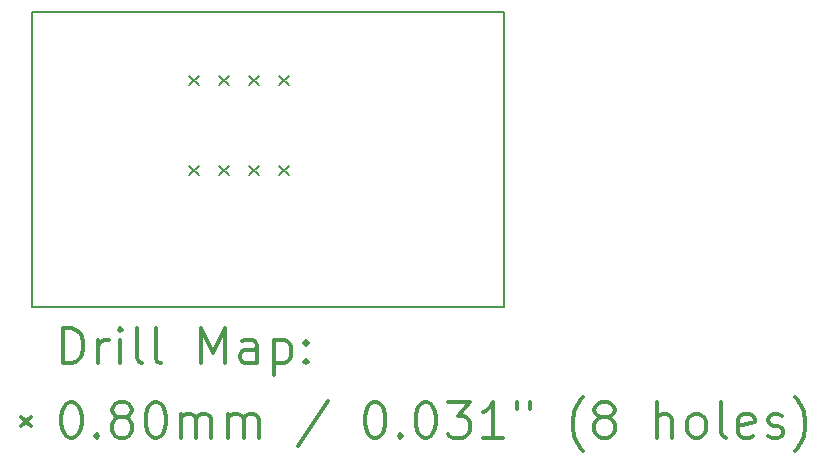
<source format=gbr>
%FSLAX45Y45*%
G04 Gerber Fmt 4.5, Leading zero omitted, Abs format (unit mm)*
G04 Created by KiCad (PCBNEW 4.0.6) date 08/22/17 22:22:39*
%MOMM*%
%LPD*%
G01*
G04 APERTURE LIST*
%ADD10C,0.127000*%
%ADD11C,0.150000*%
%ADD12C,0.200000*%
%ADD13C,0.300000*%
G04 APERTURE END LIST*
D10*
D11*
X11600000Y-5900000D02*
X7600000Y-5900000D01*
X7600000Y-8400000D02*
X7600000Y-5900000D01*
X11600000Y-8400000D02*
X7600000Y-8400000D01*
X11600000Y-5900000D02*
X11600000Y-8400000D01*
D12*
X8931600Y-6437220D02*
X9011600Y-6517220D01*
X9011600Y-6437220D02*
X8931600Y-6517220D01*
X8931600Y-7199220D02*
X9011600Y-7279220D01*
X9011600Y-7199220D02*
X8931600Y-7279220D01*
X9185600Y-6437220D02*
X9265600Y-6517220D01*
X9265600Y-6437220D02*
X9185600Y-6517220D01*
X9185600Y-7199220D02*
X9265600Y-7279220D01*
X9265600Y-7199220D02*
X9185600Y-7279220D01*
X9439600Y-6437220D02*
X9519600Y-6517220D01*
X9519600Y-6437220D02*
X9439600Y-6517220D01*
X9439600Y-7199220D02*
X9519600Y-7279220D01*
X9519600Y-7199220D02*
X9439600Y-7279220D01*
X9693600Y-6437220D02*
X9773600Y-6517220D01*
X9773600Y-6437220D02*
X9693600Y-6517220D01*
X9693600Y-7199220D02*
X9773600Y-7279220D01*
X9773600Y-7199220D02*
X9693600Y-7279220D01*
D13*
X7863928Y-8873214D02*
X7863928Y-8573214D01*
X7935357Y-8573214D01*
X7978214Y-8587500D01*
X8006786Y-8616072D01*
X8021071Y-8644643D01*
X8035357Y-8701786D01*
X8035357Y-8744643D01*
X8021071Y-8801786D01*
X8006786Y-8830357D01*
X7978214Y-8858929D01*
X7935357Y-8873214D01*
X7863928Y-8873214D01*
X8163928Y-8873214D02*
X8163928Y-8673214D01*
X8163928Y-8730357D02*
X8178214Y-8701786D01*
X8192500Y-8687500D01*
X8221071Y-8673214D01*
X8249643Y-8673214D01*
X8349643Y-8873214D02*
X8349643Y-8673214D01*
X8349643Y-8573214D02*
X8335357Y-8587500D01*
X8349643Y-8601786D01*
X8363928Y-8587500D01*
X8349643Y-8573214D01*
X8349643Y-8601786D01*
X8535357Y-8873214D02*
X8506786Y-8858929D01*
X8492500Y-8830357D01*
X8492500Y-8573214D01*
X8692500Y-8873214D02*
X8663929Y-8858929D01*
X8649643Y-8830357D01*
X8649643Y-8573214D01*
X9035357Y-8873214D02*
X9035357Y-8573214D01*
X9135357Y-8787500D01*
X9235357Y-8573214D01*
X9235357Y-8873214D01*
X9506786Y-8873214D02*
X9506786Y-8716072D01*
X9492500Y-8687500D01*
X9463929Y-8673214D01*
X9406786Y-8673214D01*
X9378214Y-8687500D01*
X9506786Y-8858929D02*
X9478214Y-8873214D01*
X9406786Y-8873214D01*
X9378214Y-8858929D01*
X9363929Y-8830357D01*
X9363929Y-8801786D01*
X9378214Y-8773214D01*
X9406786Y-8758929D01*
X9478214Y-8758929D01*
X9506786Y-8744643D01*
X9649643Y-8673214D02*
X9649643Y-8973214D01*
X9649643Y-8687500D02*
X9678214Y-8673214D01*
X9735357Y-8673214D01*
X9763929Y-8687500D01*
X9778214Y-8701786D01*
X9792500Y-8730357D01*
X9792500Y-8816072D01*
X9778214Y-8844643D01*
X9763929Y-8858929D01*
X9735357Y-8873214D01*
X9678214Y-8873214D01*
X9649643Y-8858929D01*
X9921071Y-8844643D02*
X9935357Y-8858929D01*
X9921071Y-8873214D01*
X9906786Y-8858929D01*
X9921071Y-8844643D01*
X9921071Y-8873214D01*
X9921071Y-8687500D02*
X9935357Y-8701786D01*
X9921071Y-8716072D01*
X9906786Y-8701786D01*
X9921071Y-8687500D01*
X9921071Y-8716072D01*
X7512500Y-9327500D02*
X7592500Y-9407500D01*
X7592500Y-9327500D02*
X7512500Y-9407500D01*
X7921071Y-9203214D02*
X7949643Y-9203214D01*
X7978214Y-9217500D01*
X7992500Y-9231786D01*
X8006786Y-9260357D01*
X8021071Y-9317500D01*
X8021071Y-9388929D01*
X8006786Y-9446072D01*
X7992500Y-9474643D01*
X7978214Y-9488929D01*
X7949643Y-9503214D01*
X7921071Y-9503214D01*
X7892500Y-9488929D01*
X7878214Y-9474643D01*
X7863928Y-9446072D01*
X7849643Y-9388929D01*
X7849643Y-9317500D01*
X7863928Y-9260357D01*
X7878214Y-9231786D01*
X7892500Y-9217500D01*
X7921071Y-9203214D01*
X8149643Y-9474643D02*
X8163928Y-9488929D01*
X8149643Y-9503214D01*
X8135357Y-9488929D01*
X8149643Y-9474643D01*
X8149643Y-9503214D01*
X8335357Y-9331786D02*
X8306786Y-9317500D01*
X8292500Y-9303214D01*
X8278214Y-9274643D01*
X8278214Y-9260357D01*
X8292500Y-9231786D01*
X8306786Y-9217500D01*
X8335357Y-9203214D01*
X8392500Y-9203214D01*
X8421071Y-9217500D01*
X8435357Y-9231786D01*
X8449643Y-9260357D01*
X8449643Y-9274643D01*
X8435357Y-9303214D01*
X8421071Y-9317500D01*
X8392500Y-9331786D01*
X8335357Y-9331786D01*
X8306786Y-9346072D01*
X8292500Y-9360357D01*
X8278214Y-9388929D01*
X8278214Y-9446072D01*
X8292500Y-9474643D01*
X8306786Y-9488929D01*
X8335357Y-9503214D01*
X8392500Y-9503214D01*
X8421071Y-9488929D01*
X8435357Y-9474643D01*
X8449643Y-9446072D01*
X8449643Y-9388929D01*
X8435357Y-9360357D01*
X8421071Y-9346072D01*
X8392500Y-9331786D01*
X8635357Y-9203214D02*
X8663929Y-9203214D01*
X8692500Y-9217500D01*
X8706786Y-9231786D01*
X8721071Y-9260357D01*
X8735357Y-9317500D01*
X8735357Y-9388929D01*
X8721071Y-9446072D01*
X8706786Y-9474643D01*
X8692500Y-9488929D01*
X8663929Y-9503214D01*
X8635357Y-9503214D01*
X8606786Y-9488929D01*
X8592500Y-9474643D01*
X8578214Y-9446072D01*
X8563929Y-9388929D01*
X8563929Y-9317500D01*
X8578214Y-9260357D01*
X8592500Y-9231786D01*
X8606786Y-9217500D01*
X8635357Y-9203214D01*
X8863929Y-9503214D02*
X8863929Y-9303214D01*
X8863929Y-9331786D02*
X8878214Y-9317500D01*
X8906786Y-9303214D01*
X8949643Y-9303214D01*
X8978214Y-9317500D01*
X8992500Y-9346072D01*
X8992500Y-9503214D01*
X8992500Y-9346072D02*
X9006786Y-9317500D01*
X9035357Y-9303214D01*
X9078214Y-9303214D01*
X9106786Y-9317500D01*
X9121071Y-9346072D01*
X9121071Y-9503214D01*
X9263929Y-9503214D02*
X9263929Y-9303214D01*
X9263929Y-9331786D02*
X9278214Y-9317500D01*
X9306786Y-9303214D01*
X9349643Y-9303214D01*
X9378214Y-9317500D01*
X9392500Y-9346072D01*
X9392500Y-9503214D01*
X9392500Y-9346072D02*
X9406786Y-9317500D01*
X9435357Y-9303214D01*
X9478214Y-9303214D01*
X9506786Y-9317500D01*
X9521071Y-9346072D01*
X9521071Y-9503214D01*
X10106786Y-9188929D02*
X9849643Y-9574643D01*
X10492500Y-9203214D02*
X10521071Y-9203214D01*
X10549643Y-9217500D01*
X10563928Y-9231786D01*
X10578214Y-9260357D01*
X10592500Y-9317500D01*
X10592500Y-9388929D01*
X10578214Y-9446072D01*
X10563928Y-9474643D01*
X10549643Y-9488929D01*
X10521071Y-9503214D01*
X10492500Y-9503214D01*
X10463928Y-9488929D01*
X10449643Y-9474643D01*
X10435357Y-9446072D01*
X10421071Y-9388929D01*
X10421071Y-9317500D01*
X10435357Y-9260357D01*
X10449643Y-9231786D01*
X10463928Y-9217500D01*
X10492500Y-9203214D01*
X10721071Y-9474643D02*
X10735357Y-9488929D01*
X10721071Y-9503214D01*
X10706786Y-9488929D01*
X10721071Y-9474643D01*
X10721071Y-9503214D01*
X10921071Y-9203214D02*
X10949643Y-9203214D01*
X10978214Y-9217500D01*
X10992500Y-9231786D01*
X11006786Y-9260357D01*
X11021071Y-9317500D01*
X11021071Y-9388929D01*
X11006786Y-9446072D01*
X10992500Y-9474643D01*
X10978214Y-9488929D01*
X10949643Y-9503214D01*
X10921071Y-9503214D01*
X10892500Y-9488929D01*
X10878214Y-9474643D01*
X10863928Y-9446072D01*
X10849643Y-9388929D01*
X10849643Y-9317500D01*
X10863928Y-9260357D01*
X10878214Y-9231786D01*
X10892500Y-9217500D01*
X10921071Y-9203214D01*
X11121071Y-9203214D02*
X11306785Y-9203214D01*
X11206785Y-9317500D01*
X11249643Y-9317500D01*
X11278214Y-9331786D01*
X11292500Y-9346072D01*
X11306785Y-9374643D01*
X11306785Y-9446072D01*
X11292500Y-9474643D01*
X11278214Y-9488929D01*
X11249643Y-9503214D01*
X11163928Y-9503214D01*
X11135357Y-9488929D01*
X11121071Y-9474643D01*
X11592500Y-9503214D02*
X11421071Y-9503214D01*
X11506785Y-9503214D02*
X11506785Y-9203214D01*
X11478214Y-9246072D01*
X11449643Y-9274643D01*
X11421071Y-9288929D01*
X11706786Y-9203214D02*
X11706786Y-9260357D01*
X11821071Y-9203214D02*
X11821071Y-9260357D01*
X12263928Y-9617500D02*
X12249643Y-9603214D01*
X12221071Y-9560357D01*
X12206785Y-9531786D01*
X12192500Y-9488929D01*
X12178214Y-9417500D01*
X12178214Y-9360357D01*
X12192500Y-9288929D01*
X12206785Y-9246072D01*
X12221071Y-9217500D01*
X12249643Y-9174643D01*
X12263928Y-9160357D01*
X12421071Y-9331786D02*
X12392500Y-9317500D01*
X12378214Y-9303214D01*
X12363928Y-9274643D01*
X12363928Y-9260357D01*
X12378214Y-9231786D01*
X12392500Y-9217500D01*
X12421071Y-9203214D01*
X12478214Y-9203214D01*
X12506785Y-9217500D01*
X12521071Y-9231786D01*
X12535357Y-9260357D01*
X12535357Y-9274643D01*
X12521071Y-9303214D01*
X12506785Y-9317500D01*
X12478214Y-9331786D01*
X12421071Y-9331786D01*
X12392500Y-9346072D01*
X12378214Y-9360357D01*
X12363928Y-9388929D01*
X12363928Y-9446072D01*
X12378214Y-9474643D01*
X12392500Y-9488929D01*
X12421071Y-9503214D01*
X12478214Y-9503214D01*
X12506785Y-9488929D01*
X12521071Y-9474643D01*
X12535357Y-9446072D01*
X12535357Y-9388929D01*
X12521071Y-9360357D01*
X12506785Y-9346072D01*
X12478214Y-9331786D01*
X12892500Y-9503214D02*
X12892500Y-9203214D01*
X13021071Y-9503214D02*
X13021071Y-9346072D01*
X13006785Y-9317500D01*
X12978214Y-9303214D01*
X12935357Y-9303214D01*
X12906785Y-9317500D01*
X12892500Y-9331786D01*
X13206785Y-9503214D02*
X13178214Y-9488929D01*
X13163928Y-9474643D01*
X13149643Y-9446072D01*
X13149643Y-9360357D01*
X13163928Y-9331786D01*
X13178214Y-9317500D01*
X13206785Y-9303214D01*
X13249643Y-9303214D01*
X13278214Y-9317500D01*
X13292500Y-9331786D01*
X13306785Y-9360357D01*
X13306785Y-9446072D01*
X13292500Y-9474643D01*
X13278214Y-9488929D01*
X13249643Y-9503214D01*
X13206785Y-9503214D01*
X13478214Y-9503214D02*
X13449643Y-9488929D01*
X13435357Y-9460357D01*
X13435357Y-9203214D01*
X13706786Y-9488929D02*
X13678214Y-9503214D01*
X13621071Y-9503214D01*
X13592500Y-9488929D01*
X13578214Y-9460357D01*
X13578214Y-9346072D01*
X13592500Y-9317500D01*
X13621071Y-9303214D01*
X13678214Y-9303214D01*
X13706786Y-9317500D01*
X13721071Y-9346072D01*
X13721071Y-9374643D01*
X13578214Y-9403214D01*
X13835357Y-9488929D02*
X13863928Y-9503214D01*
X13921071Y-9503214D01*
X13949643Y-9488929D01*
X13963928Y-9460357D01*
X13963928Y-9446072D01*
X13949643Y-9417500D01*
X13921071Y-9403214D01*
X13878214Y-9403214D01*
X13849643Y-9388929D01*
X13835357Y-9360357D01*
X13835357Y-9346072D01*
X13849643Y-9317500D01*
X13878214Y-9303214D01*
X13921071Y-9303214D01*
X13949643Y-9317500D01*
X14063928Y-9617500D02*
X14078214Y-9603214D01*
X14106786Y-9560357D01*
X14121071Y-9531786D01*
X14135357Y-9488929D01*
X14149643Y-9417500D01*
X14149643Y-9360357D01*
X14135357Y-9288929D01*
X14121071Y-9246072D01*
X14106786Y-9217500D01*
X14078214Y-9174643D01*
X14063928Y-9160357D01*
M02*

</source>
